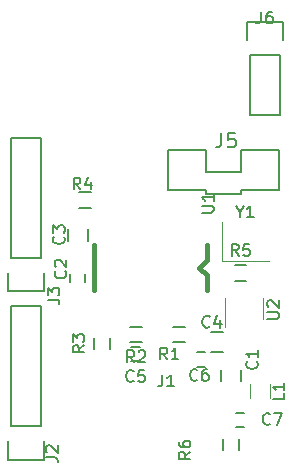
<source format=gto>
%TF.GenerationSoftware,KiCad,Pcbnew,4.0.7*%
%TF.CreationDate,2018-05-11T17:13:01+01:00*%
%TF.ProjectId,a5v11-mod-01,61357631312D6D6F642D30312E6B6963,rev?*%
%TF.FileFunction,Legend,Top*%
%FSLAX46Y46*%
G04 Gerber Fmt 4.6, Leading zero omitted, Abs format (unit mm)*
G04 Created by KiCad (PCBNEW 4.0.7) date Friday, 11 May 2018 'PMt' 17:13:01*
%MOMM*%
%LPD*%
G01*
G04 APERTURE LIST*
%ADD10C,0.100000*%
%ADD11C,0.150000*%
%ADD12C,0.120000*%
%ADD13C,0.381000*%
G04 APERTURE END LIST*
D10*
D11*
X-5844402Y12694732D02*
X-5844402Y13394732D01*
X-4644402Y13394732D02*
X-4644402Y12694732D01*
X9342600Y31927400D02*
X9342600Y26847400D01*
X9342600Y26847400D02*
X11882600Y26847400D01*
X11882600Y26847400D02*
X11882600Y31927400D01*
X12162600Y34747400D02*
X12162600Y33197400D01*
X11882600Y31927400D02*
X9342600Y31927400D01*
X9062600Y33197400D02*
X9062600Y34747400D01*
X9062600Y34747400D02*
X12162600Y34747400D01*
X9052600Y12802400D02*
X8052600Y12802400D01*
X8052600Y14152400D02*
X9052600Y14152400D01*
X-4109402Y18973732D02*
X-5109402Y18973732D01*
X-5109402Y20323732D02*
X-4109402Y20323732D01*
X-2537402Y8020232D02*
X-2537402Y7020232D01*
X-3887402Y7020232D02*
X-3887402Y8020232D01*
X-791402Y8957232D02*
X208598Y8957232D01*
X208598Y7607232D02*
X-791402Y7607232D01*
X3828098Y7607232D02*
X2828098Y7607232D01*
X2828098Y8957232D02*
X3828098Y8957232D01*
D12*
X10462600Y9577400D02*
X10462600Y11377400D01*
X7242600Y11377400D02*
X7242600Y8927400D01*
D11*
X8626600Y20202400D02*
X5626600Y20202400D01*
X8626600Y22052400D02*
X5626600Y22052400D01*
X8626600Y22052400D02*
X8626600Y23877400D01*
X5626600Y22052400D02*
X5626600Y23877400D01*
X8626600Y23877400D02*
X11801600Y23877400D01*
X5626600Y23877400D02*
X2451600Y23877400D01*
X11801600Y23877400D02*
X11801600Y20477400D01*
X2451600Y23877400D02*
X2451600Y20477400D01*
X11801600Y20477400D02*
X8626600Y20477400D01*
X2451600Y20477400D02*
X5626600Y20477400D01*
X8626600Y20477400D02*
X8626600Y20202400D01*
X5626600Y20477400D02*
X5626600Y20202400D01*
X-8047400Y13517400D02*
X-8047400Y11967400D01*
X-8047400Y11967400D02*
X-11147400Y11967400D01*
X-11147400Y11967400D02*
X-11147400Y13517400D01*
X-10867400Y14787400D02*
X-10867400Y24947400D01*
X-10867400Y24947400D02*
X-8327400Y24947400D01*
X-8327400Y24947400D02*
X-8327400Y14787400D01*
X-10867400Y14787400D02*
X-8327400Y14787400D01*
X-8047400Y-772600D02*
X-8047400Y-2322600D01*
X-8047400Y-2322600D02*
X-11147400Y-2322600D01*
X-11147400Y-2322600D02*
X-11147400Y-772600D01*
X-10867400Y497400D02*
X-10867400Y10657400D01*
X-10867400Y10657400D02*
X-8327400Y10657400D01*
X-8327400Y10657400D02*
X-8327400Y497400D01*
X-10867400Y497400D02*
X-8327400Y497400D01*
D13*
X-3847402Y12028732D02*
X-3847402Y15838732D01*
X5677598Y12028732D02*
X5677598Y13298732D01*
X5677598Y13298732D02*
X5042598Y13933732D01*
X5042598Y13933732D02*
X5677598Y14568732D01*
X5677598Y14568732D02*
X5677598Y15838732D01*
D11*
X6912600Y5317400D02*
X6912600Y4317400D01*
X8612600Y4317400D02*
X8612600Y5317400D01*
X-6094402Y17227732D02*
X-6094402Y16227732D01*
X-4394402Y16227732D02*
X-4394402Y17227732D01*
X7062600Y8517400D02*
X6062600Y8517400D01*
X6062600Y6817400D02*
X7062600Y6817400D01*
X5562600Y5567400D02*
X4862600Y5567400D01*
X4862600Y6767400D02*
X5562600Y6767400D01*
D12*
X11082600Y4067400D02*
X11082600Y2867400D01*
X9322600Y2867400D02*
X9322600Y4067400D01*
D11*
X12600Y6017400D02*
X-687400Y6017400D01*
X-687400Y7217400D02*
X12600Y7217400D01*
X8862600Y467400D02*
X8162600Y467400D01*
X8162600Y1667400D02*
X8862600Y1667400D01*
X7087600Y-1532600D02*
X7087600Y-532600D01*
X8437600Y-532600D02*
X8437600Y-1532600D01*
D12*
X6948600Y17843400D02*
X6948600Y14543400D01*
X6948600Y14543400D02*
X10948600Y14543400D01*
D11*
X-6280257Y13650734D02*
X-6232638Y13603115D01*
X-6185019Y13460258D01*
X-6185019Y13365020D01*
X-6232638Y13222162D01*
X-6327876Y13126924D01*
X-6423114Y13079305D01*
X-6613590Y13031686D01*
X-6756448Y13031686D01*
X-6946924Y13079305D01*
X-7042162Y13126924D01*
X-7137400Y13222162D01*
X-7185019Y13365020D01*
X-7185019Y13460258D01*
X-7137400Y13603115D01*
X-7089781Y13650734D01*
X-7089781Y14031686D02*
X-7137400Y14079305D01*
X-7185019Y14174543D01*
X-7185019Y14412639D01*
X-7137400Y14507877D01*
X-7089781Y14555496D01*
X-6994543Y14603115D01*
X-6899305Y14603115D01*
X-6756448Y14555496D01*
X-6185019Y13984067D01*
X-6185019Y14603115D01*
X10279267Y35625019D02*
X10279267Y34910733D01*
X10231647Y34767876D01*
X10136409Y34672638D01*
X9993552Y34625019D01*
X9898314Y34625019D01*
X11184029Y35625019D02*
X10993552Y35625019D01*
X10898314Y35577400D01*
X10850695Y35529781D01*
X10755457Y35386924D01*
X10707838Y35196448D01*
X10707838Y34815495D01*
X10755457Y34720257D01*
X10803076Y34672638D01*
X10898314Y34625019D01*
X11088791Y34625019D01*
X11184029Y34672638D01*
X11231648Y34720257D01*
X11279267Y34815495D01*
X11279267Y35053590D01*
X11231648Y35148829D01*
X11184029Y35196448D01*
X11088791Y35244067D01*
X10898314Y35244067D01*
X10803076Y35196448D01*
X10755457Y35148829D01*
X10707838Y35053590D01*
X8385934Y14925019D02*
X8052600Y15401210D01*
X7814505Y14925019D02*
X7814505Y15925019D01*
X8195458Y15925019D01*
X8290696Y15877400D01*
X8338315Y15829781D01*
X8385934Y15734543D01*
X8385934Y15591686D01*
X8338315Y15496448D01*
X8290696Y15448829D01*
X8195458Y15401210D01*
X7814505Y15401210D01*
X9290696Y15925019D02*
X8814505Y15925019D01*
X8766886Y15448829D01*
X8814505Y15496448D01*
X8909743Y15544067D01*
X9147839Y15544067D01*
X9243077Y15496448D01*
X9290696Y15448829D01*
X9338315Y15353590D01*
X9338315Y15115495D01*
X9290696Y15020257D01*
X9243077Y14972638D01*
X9147839Y14925019D01*
X8909743Y14925019D01*
X8814505Y14972638D01*
X8766886Y15020257D01*
X-5004066Y20565019D02*
X-5337400Y21041210D01*
X-5575495Y20565019D02*
X-5575495Y21565019D01*
X-5194542Y21565019D01*
X-5099304Y21517400D01*
X-5051685Y21469781D01*
X-5004066Y21374543D01*
X-5004066Y21231686D01*
X-5051685Y21136448D01*
X-5099304Y21088829D01*
X-5194542Y21041210D01*
X-5575495Y21041210D01*
X-4146923Y21231686D02*
X-4146923Y20565019D01*
X-4385019Y21612638D02*
X-4623114Y20898352D01*
X-4004066Y20898352D01*
X-4660021Y7353566D02*
X-5136212Y7020232D01*
X-4660021Y6782137D02*
X-5660021Y6782137D01*
X-5660021Y7163090D01*
X-5612402Y7258328D01*
X-5564783Y7305947D01*
X-5469545Y7353566D01*
X-5326688Y7353566D01*
X-5231450Y7305947D01*
X-5183831Y7258328D01*
X-5136212Y7163090D01*
X-5136212Y6782137D01*
X-5660021Y7686899D02*
X-5660021Y8305947D01*
X-5279069Y7972613D01*
X-5279069Y8115471D01*
X-5231450Y8210709D01*
X-5183831Y8258328D01*
X-5088592Y8305947D01*
X-4850497Y8305947D01*
X-4755259Y8258328D01*
X-4707640Y8210709D01*
X-4660021Y8115471D01*
X-4660021Y7829756D01*
X-4707640Y7734518D01*
X-4755259Y7686899D01*
X-458068Y5929851D02*
X-791402Y6406042D01*
X-1029497Y5929851D02*
X-1029497Y6929851D01*
X-648544Y6929851D01*
X-553306Y6882232D01*
X-505687Y6834613D01*
X-458068Y6739375D01*
X-458068Y6596518D01*
X-505687Y6501280D01*
X-553306Y6453661D01*
X-648544Y6406042D01*
X-1029497Y6406042D01*
X-77116Y6834613D02*
X-29497Y6882232D01*
X65741Y6929851D01*
X303837Y6929851D01*
X399075Y6882232D01*
X446694Y6834613D01*
X494313Y6739375D01*
X494313Y6644137D01*
X446694Y6501280D01*
X-124735Y5929851D01*
X494313Y5929851D01*
X2345934Y6165019D02*
X2012600Y6641210D01*
X1774505Y6165019D02*
X1774505Y7165019D01*
X2155458Y7165019D01*
X2250696Y7117400D01*
X2298315Y7069781D01*
X2345934Y6974543D01*
X2345934Y6831686D01*
X2298315Y6736448D01*
X2250696Y6688829D01*
X2155458Y6641210D01*
X1774505Y6641210D01*
X3298315Y6165019D02*
X2726886Y6165019D01*
X3012600Y6165019D02*
X3012600Y7165019D01*
X2917362Y7022162D01*
X2822124Y6926924D01*
X2726886Y6879305D01*
X10814981Y9605495D02*
X11624505Y9605495D01*
X11719743Y9653114D01*
X11767362Y9700733D01*
X11814981Y9795971D01*
X11814981Y9986448D01*
X11767362Y10081686D01*
X11719743Y10129305D01*
X11624505Y10176924D01*
X10814981Y10176924D01*
X10910219Y10605495D02*
X10862600Y10653114D01*
X10814981Y10748352D01*
X10814981Y10986448D01*
X10862600Y11081686D01*
X10910219Y11129305D01*
X11005457Y11176924D01*
X11100695Y11176924D01*
X11243552Y11129305D01*
X11814981Y10557876D01*
X11814981Y11176924D01*
X6940600Y25320543D02*
X6940600Y24463400D01*
X6883458Y24291971D01*
X6769172Y24177686D01*
X6597743Y24120543D01*
X6483458Y24120543D01*
X8083458Y25320543D02*
X7512029Y25320543D01*
X7454886Y24749114D01*
X7512029Y24806257D01*
X7626315Y24863400D01*
X7912029Y24863400D01*
X8026315Y24806257D01*
X8083458Y24749114D01*
X8140601Y24634829D01*
X8140601Y24349114D01*
X8083458Y24234829D01*
X8026315Y24177686D01*
X7912029Y24120543D01*
X7626315Y24120543D01*
X7512029Y24177686D01*
X7454886Y24234829D01*
X-7785019Y11234067D02*
X-7070733Y11234067D01*
X-6927876Y11186447D01*
X-6832638Y11091209D01*
X-6785019Y10948352D01*
X-6785019Y10853114D01*
X-7785019Y11615019D02*
X-7785019Y12234067D01*
X-7404067Y11900733D01*
X-7404067Y12043591D01*
X-7356448Y12138829D01*
X-7308829Y12186448D01*
X-7213590Y12234067D01*
X-6975495Y12234067D01*
X-6880257Y12186448D01*
X-6832638Y12138829D01*
X-6785019Y12043591D01*
X-6785019Y11757876D01*
X-6832638Y11662638D01*
X-6880257Y11615019D01*
X-7935019Y-2115933D02*
X-7220733Y-2115933D01*
X-7077876Y-2163553D01*
X-6982638Y-2258791D01*
X-6935019Y-2401648D01*
X-6935019Y-2496886D01*
X-7839781Y-1687362D02*
X-7887400Y-1639743D01*
X-7935019Y-1544505D01*
X-7935019Y-1306409D01*
X-7887400Y-1211171D01*
X-7839781Y-1163552D01*
X-7744543Y-1115933D01*
X-7649305Y-1115933D01*
X-7506448Y-1163552D01*
X-6935019Y-1734981D01*
X-6935019Y-1115933D01*
X1927267Y4891019D02*
X1927267Y4176733D01*
X1879647Y4033876D01*
X1784409Y3938638D01*
X1641552Y3891019D01*
X1546314Y3891019D01*
X2927267Y3891019D02*
X2355838Y3891019D01*
X2641552Y3891019D02*
X2641552Y4891019D01*
X2546314Y4748162D01*
X2451076Y4652924D01*
X2355838Y4605305D01*
X5264981Y18605495D02*
X6074505Y18605495D01*
X6169743Y18653114D01*
X6217362Y18700733D01*
X6264981Y18795971D01*
X6264981Y18986448D01*
X6217362Y19081686D01*
X6169743Y19129305D01*
X6074505Y19176924D01*
X5264981Y19176924D01*
X6264981Y20176924D02*
X6264981Y19605495D01*
X6264981Y19891209D02*
X5264981Y19891209D01*
X5407838Y19795971D01*
X5503076Y19700733D01*
X5550695Y19605495D01*
X9919743Y6000734D02*
X9967362Y5953115D01*
X10014981Y5810258D01*
X10014981Y5715020D01*
X9967362Y5572162D01*
X9872124Y5476924D01*
X9776886Y5429305D01*
X9586410Y5381686D01*
X9443552Y5381686D01*
X9253076Y5429305D01*
X9157838Y5476924D01*
X9062600Y5572162D01*
X9014981Y5715020D01*
X9014981Y5810258D01*
X9062600Y5953115D01*
X9110219Y6000734D01*
X10014981Y6953115D02*
X10014981Y6381686D01*
X10014981Y6667400D02*
X9014981Y6667400D01*
X9157838Y6572162D01*
X9253076Y6476924D01*
X9300695Y6381686D01*
X-6430257Y16561066D02*
X-6382638Y16513447D01*
X-6335019Y16370590D01*
X-6335019Y16275352D01*
X-6382638Y16132494D01*
X-6477876Y16037256D01*
X-6573114Y15989637D01*
X-6763590Y15942018D01*
X-6906448Y15942018D01*
X-7096924Y15989637D01*
X-7192162Y16037256D01*
X-7287400Y16132494D01*
X-7335019Y16275352D01*
X-7335019Y16370590D01*
X-7287400Y16513447D01*
X-7239781Y16561066D01*
X-7335019Y16894399D02*
X-7335019Y17513447D01*
X-6954067Y17180113D01*
X-6954067Y17322971D01*
X-6906448Y17418209D01*
X-6858829Y17465828D01*
X-6763590Y17513447D01*
X-6525495Y17513447D01*
X-6430257Y17465828D01*
X-6382638Y17418209D01*
X-6335019Y17322971D01*
X-6335019Y17037256D01*
X-6382638Y16942018D01*
X-6430257Y16894399D01*
X5945934Y8960257D02*
X5898315Y8912638D01*
X5755458Y8865019D01*
X5660220Y8865019D01*
X5517362Y8912638D01*
X5422124Y9007876D01*
X5374505Y9103114D01*
X5326886Y9293590D01*
X5326886Y9436448D01*
X5374505Y9626924D01*
X5422124Y9722162D01*
X5517362Y9817400D01*
X5660220Y9865019D01*
X5755458Y9865019D01*
X5898315Y9817400D01*
X5945934Y9769781D01*
X6803077Y9531686D02*
X6803077Y8865019D01*
X6564981Y9912638D02*
X6326886Y9198352D01*
X6945934Y9198352D01*
X4895934Y4460257D02*
X4848315Y4412638D01*
X4705458Y4365019D01*
X4610220Y4365019D01*
X4467362Y4412638D01*
X4372124Y4507876D01*
X4324505Y4603114D01*
X4276886Y4793590D01*
X4276886Y4936448D01*
X4324505Y5126924D01*
X4372124Y5222162D01*
X4467362Y5317400D01*
X4610220Y5365019D01*
X4705458Y5365019D01*
X4848315Y5317400D01*
X4895934Y5269781D01*
X5753077Y5365019D02*
X5562600Y5365019D01*
X5467362Y5317400D01*
X5419743Y5269781D01*
X5324505Y5126924D01*
X5276886Y4936448D01*
X5276886Y4555495D01*
X5324505Y4460257D01*
X5372124Y4412638D01*
X5467362Y4365019D01*
X5657839Y4365019D01*
X5753077Y4412638D01*
X5800696Y4460257D01*
X5848315Y4555495D01*
X5848315Y4793590D01*
X5800696Y4888829D01*
X5753077Y4936448D01*
X5657839Y4984067D01*
X5467362Y4984067D01*
X5372124Y4936448D01*
X5324505Y4888829D01*
X5276886Y4793590D01*
X12264981Y3300734D02*
X12264981Y2824543D01*
X11264981Y2824543D01*
X12264981Y4157877D02*
X12264981Y3586448D01*
X12264981Y3872162D02*
X11264981Y3872162D01*
X11407838Y3776924D01*
X11503076Y3681686D01*
X11550695Y3586448D01*
X-504066Y4360257D02*
X-551685Y4312638D01*
X-694542Y4265019D01*
X-789780Y4265019D01*
X-932638Y4312638D01*
X-1027876Y4407876D01*
X-1075495Y4503114D01*
X-1123114Y4693590D01*
X-1123114Y4836448D01*
X-1075495Y5026924D01*
X-1027876Y5122162D01*
X-932638Y5217400D01*
X-789780Y5265019D01*
X-694542Y5265019D01*
X-551685Y5217400D01*
X-504066Y5169781D01*
X400696Y5265019D02*
X-75495Y5265019D01*
X-123114Y4788829D01*
X-75495Y4836448D01*
X19743Y4884067D01*
X257839Y4884067D01*
X353077Y4836448D01*
X400696Y4788829D01*
X448315Y4693590D01*
X448315Y4455495D01*
X400696Y4360257D01*
X353077Y4312638D01*
X257839Y4265019D01*
X19743Y4265019D01*
X-75495Y4312638D01*
X-123114Y4360257D01*
X11045934Y710257D02*
X10998315Y662638D01*
X10855458Y615019D01*
X10760220Y615019D01*
X10617362Y662638D01*
X10522124Y757876D01*
X10474505Y853114D01*
X10426886Y1043590D01*
X10426886Y1186448D01*
X10474505Y1376924D01*
X10522124Y1472162D01*
X10617362Y1567400D01*
X10760220Y1615019D01*
X10855458Y1615019D01*
X10998315Y1567400D01*
X11045934Y1519781D01*
X11379267Y1615019D02*
X12045934Y1615019D01*
X11617362Y615019D01*
X4314981Y-1649266D02*
X3838790Y-1982600D01*
X4314981Y-2220695D02*
X3314981Y-2220695D01*
X3314981Y-1839742D01*
X3362600Y-1744504D01*
X3410219Y-1696885D01*
X3505457Y-1649266D01*
X3648314Y-1649266D01*
X3743552Y-1696885D01*
X3791171Y-1744504D01*
X3838790Y-1839742D01*
X3838790Y-2220695D01*
X3314981Y-792123D02*
X3314981Y-982600D01*
X3362600Y-1077838D01*
X3410219Y-1125457D01*
X3553076Y-1220695D01*
X3743552Y-1268314D01*
X4124505Y-1268314D01*
X4219743Y-1220695D01*
X4267362Y-1173076D01*
X4314981Y-1077838D01*
X4314981Y-887361D01*
X4267362Y-792123D01*
X4219743Y-744504D01*
X4124505Y-696885D01*
X3886410Y-696885D01*
X3791171Y-744504D01*
X3743552Y-792123D01*
X3695933Y-887361D01*
X3695933Y-1077838D01*
X3743552Y-1173076D01*
X3791171Y-1220695D01*
X3886410Y-1268314D01*
X8472409Y18667210D02*
X8472409Y18191019D01*
X8139076Y19191019D02*
X8472409Y18667210D01*
X8805743Y19191019D01*
X9662886Y18191019D02*
X9091457Y18191019D01*
X9377171Y18191019D02*
X9377171Y19191019D01*
X9281933Y19048162D01*
X9186695Y18952924D01*
X9091457Y18905305D01*
M02*

</source>
